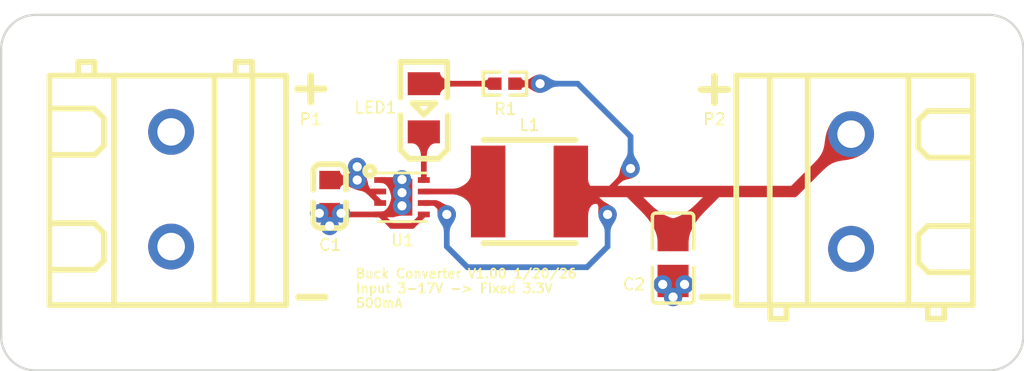
<source format=kicad_pcb>
(kicad_pcb (version 20241229) (generator "pcbnew") (generator_version "9.0")
  (layers (0 "F.Cu" signal) (4 "In1.Cu" signal) (6 "In2.Cu" signal) (2 "B.Cu" signal) (13 "F.Paste" user) (15 "B.Paste" user) (5 "F.SilkS" user "F.Silkscreen") (7 "B.SilkS" user "B.Silkscreen") (1 "F.Mask" user) (3 "B.Mask" user) (25 "Edge.Cuts" user))
  (net 0 "")
  (net 1 "GND")
  (net 2 "VCCIN")
  (net 3 "VCCOUT")
  (net 4 "Net-(U1-SW)")
  (net 5 "Net-(LED1-K)")
  (net 6 "Net-(LED1-A)")
  (footprint "EasyEDA2KicadFootprints:WSON-8_L2.0-W2.0-P0.50-TL-EP" (layer "F.Cu") (at 146.45 114.95)
    (property "Reference" "U1" (at 0.025 1.875 0) (layer "F.SilkS") (effects (font (size 0.5 0.5) (thickness 0.075))))
    (property "Value" "TPS62172DSGR")
    (fp_line (start -1.04 1.06) (end 1.06 1.06) (stroke (width 0.12)) (layer "F.SilkS"))
    (fp_line (start 1.05 -1.06) (end -1.05 -1.06) (stroke (width 0.12)) (layer "F.SilkS"))
    (fp_circle (center -1.4 -1.14) (end -1.32 -1.14) (stroke (width 0.25)) (fill no) (layer "F.SilkS"))
    (pad "1" smd rect (at -0.95 -0.75) (size 0.52 0.25) (layers "F.Cu" "F.Mask" "F.Paste") (net 1 "GND"))
    (pad "2" smd rect (at -0.95 -0.25) (size 0.52 0.25) (layers "F.Cu" "F.Mask" "F.Paste") (net 2 "VCCIN"))
    (pad "3" smd rect (at -0.95 0.25) (size 0.52 0.25) (layers "F.Cu" "F.Mask" "F.Paste") (net 2 "VCCIN"))
    (pad "4" smd rect (at -0.95 0.75) (size 0.52 0.25) (layers "F.Cu" "F.Mask" "F.Paste") (net 1 "GND"))
    (pad "5" smd rect (at 0.95 0.75) (size 0.52 0.25) (layers "F.Cu" "F.Mask" "F.Paste") (net 1 "GND"))
    (pad "6" smd rect (at 0.95 0.25) (size 0.52 0.25) (layers "F.Cu" "F.Mask" "F.Paste") (net 3 "VCCOUT"))
    (pad "7" smd rect (at 0.95 -0.25) (size 0.52 0.25) (layers "F.Cu" "F.Mask" "F.Paste") (net 4 "Net-(U1-SW)"))
    (pad "8" smd rect (at 0.95 -0.75) (size 0.52 0.25) (layers "F.Cu" "F.Mask" "F.Paste") (net 5 "Net-(LED1-K)"))
    (pad "9" smd rect (at 0 0) (size 0.9 1.6) (layers "F.Cu" "F.Mask" "F.Paste") (net 1 "GND"))
  )
  (footprint "EasyEDA2KicadFootprints:R0402" (layer "F.Cu") (at 150.93 110)
    (property "Reference" "R1" (at 0.02 1.1 0) (layer "F.SilkS") (effects (font (size 0.5 0.5) (thickness 0.075))))
    (property "Value" "100k Ohms")
    (fp_line (start -0.94 -0.5) (end -0.23 -0.5) (stroke (width 0.15)) (layer "F.SilkS"))
    (fp_line (start -0.94 0.5) (end -0.94 -0.5) (stroke (width 0.15)) (layer "F.SilkS"))
    (fp_line (start -0.23 0.5) (end -0.94 0.5) (stroke (width 0.15)) (layer "F.SilkS"))
    (fp_line (start 0.23 0.5) (end 0.94 0.5) (stroke (width 0.15)) (layer "F.SilkS"))
    (fp_line (start 0.94 -0.5) (end 0.23 -0.5) (stroke (width 0.15)) (layer "F.SilkS"))
    (fp_line (start 0.94 0.5) (end 0.94 -0.5) (stroke (width 0.15)) (layer "F.SilkS"))
    (pad "1" smd rect (at -0.43 0) (size 0.57 0.54) (layers "F.Cu" "F.Mask" "F.Paste") (net 6 "Net-(LED1-A)"))
    (pad "2" smd rect (at 0.43 0) (size 0.57 0.54) (layers "F.Cu" "F.Mask" "F.Paste") (net 3 "VCCOUT"))
  )
  (footprint "EasyEDA2KicadFootprints:C0805" (layer "F.Cu") (at 158.25 117.6 -90)
    (property "Reference" "C2" (at 1.15 1.7 180) (layer "F.SilkS") (effects (font (size 0.5 0.5) (thickness 0.075))))
    (property "Value" "22 uF")
    (fp_line (start -0.4 0.9) (end -1.81 0.9) (stroke (width 0.15)) (layer "F.SilkS"))
    (fp_line (start 0.4 0.9) (end 1.81 0.9) (stroke (width 0.15)) (layer "F.SilkS"))
    (fp_line (start -1.96 0.75) (end -1.96 -0.75) (stroke (width 0.15)) (layer "F.SilkS"))
    (fp_line (start 1.96 0.75) (end 1.96 -0.75) (stroke (width 0.15)) (layer "F.SilkS"))
    (fp_line (start -1.81 -0.9) (end -0.4 -0.9) (stroke (width 0.15)) (layer "F.SilkS"))
    (fp_line (start 1.81 -0.9) (end 0.4 -0.9) (stroke (width 0.15)) (layer "F.SilkS"))
    (fp_arc (start -1.81 0.9) (mid -1.916066 0.856066) (end -1.96 0.75) (stroke (width 0.15)) (layer "F.SilkS"))
    (fp_arc (start 1.96 0.75) (mid 1.916066 0.856066) (end 1.81 0.9) (stroke (width 0.15)) (layer "F.SilkS"))
    (fp_arc (start -1.96 -0.75) (mid -1.916066 -0.856066) (end -1.81 -0.9) (stroke (width 0.15)) (layer "F.SilkS"))
    (fp_arc (start 1.81 -0.9) (mid 1.916066 -0.856066) (end 1.96 -0.75) (stroke (width 0.15)) (layer "F.SilkS"))
    (pad "1" smd rect (at -1 0 270) (size 1.41 1.35) (layers "F.Cu" "F.Mask" "F.Paste") (net 3 "VCCOUT"))
    (pad "2" smd rect (at 1 0 270) (size 1.41 1.35) (layers "F.Cu" "F.Mask" "F.Paste") (net 1 "GND"))
  )
  (footprint "EasyEDA2KicadFootprints:C0603" (layer "F.Cu") (at 143.3 114.9 90)
    (property "Reference" "C1" (at -2.125 0.025 180) (layer "F.SilkS") (effects (font (size 0.5 0.5) (thickness 0.075))))
    (property "Value" "10 uF")
    (fp_line (start 0.28 -0.71) (end 1.08 -0.71) (stroke (width 0.25)) (layer "F.SilkS"))
    (fp_line (start -0.28 -0.71) (end -1.08 -0.71) (stroke (width 0.25)) (layer "F.SilkS"))
    (fp_line (start 1.39 -0.4) (end 1.39 0.4) (stroke (width 0.25)) (layer "F.SilkS"))
    (fp_line (start -1.39 0.4) (end -1.39 -0.4) (stroke (width 0.25)) (layer "F.SilkS"))
    (fp_line (start 0.28 0.71) (end 1.08 0.71) (stroke (width 0.25)) (layer "F.SilkS"))
    (fp_line (start -0.28 0.71) (end -1.08 0.71) (stroke (width 0.25)) (layer "F.SilkS"))
    (fp_arc (start 1.08 -0.71) (mid 1.299203 -0.619203) (end 1.39 -0.4) (stroke (width 0.25)) (layer "F.SilkS"))
    (fp_arc (start -1.39 -0.4) (mid -1.299203 -0.619203) (end -1.08 -0.71) (stroke (width 0.25)) (layer "F.SilkS"))
    (fp_arc (start 1.39 0.4) (mid 1.299203 0.619203) (end 1.08 0.71) (stroke (width 0.25)) (layer "F.SilkS"))
    (fp_arc (start -1.08 0.71) (mid -1.299203 0.619203) (end -1.39 0.4) (stroke (width 0.25)) (layer "F.SilkS"))
    (pad "1" smd rect (at -0.7 0 90) (size 0.8 0.9) (layers "F.Cu" "F.Mask" "F.Paste") (net 1 "GND"))
    (pad "2" smd rect (at 0.7 0 90) (size 0.8 0.9) (layers "F.Cu" "F.Mask" "F.Paste") (net 2 "VCCIN"))
  )
  (footprint "EasyEDA2KicadFootprints:CONN-TH_2P-P5.00_WJ128V-5.0-2P" (layer "F.Cu") (at 166 114.7 90)
    (property "Reference" "P2" (at 3.15 -5.95 180) (layer "F.SilkS") (effects (font (size 0.5 0.5) (thickness 0.075))))
    (property "Value" "Output 1x2")
    (fp_line (start 5.05 -5) (end 5.05 5.3) (stroke (width 0.25)) (layer "F.SilkS"))
    (fp_line (start -4.95 -5) (end 5.05 -5) (stroke (width 0.25)) (layer "F.SilkS"))
    (fp_line (start -4.95 -3.54) (end 5.05 -3.54) (stroke (width 0.25)) (layer "F.SilkS"))
    (fp_line (start -4.95 -3.52) (end -5.55 -3.52) (stroke (width 0.25)) (layer "F.SilkS"))
    (fp_line (start -5.55 -3.52) (end -5.55 -2.81) (stroke (width 0.25)) (layer "F.SilkS"))
    (fp_line (start -5.55 -2.81) (end -4.95 -2.81) (stroke (width 0.25)) (layer "F.SilkS"))
    (fp_line (start -4.95 -1.89) (end 5.05 -1.89) (stroke (width 0.25)) (layer "F.SilkS"))
    (fp_line (start -4.95 2.49) (end 5.05 2.49) (stroke (width 0.25)) (layer "F.SilkS"))
    (fp_line (start 3.11 2.93) (end 3.11 2.93) (stroke (width 0.25)) (layer "F.SilkS"))
    (fp_line (start 3.11 2.93) (end 3.51 3.33) (stroke (width 0.25)) (layer "F.SilkS"))
    (fp_line (start 1.91 2.93) (end 3.11 2.93) (stroke (width 0.25)) (layer "F.SilkS"))
    (fp_line (start -1.9 2.93) (end -1.9 2.93) (stroke (width 0.25)) (layer "F.SilkS"))
    (fp_line (start -1.9 2.93) (end -1.5 3.33) (stroke (width 0.25)) (layer "F.SilkS"))
    (fp_line (start -3.1 2.93) (end -1.9 2.93) (stroke (width 0.25)) (layer "F.SilkS"))
    (fp_line (start 3.51 3.33) (end 3.51 5.3) (stroke (width 0.25)) (layer "F.SilkS"))
    (fp_line (start -1.5 3.33) (end -1.5 5.3) (stroke (width 0.25)) (layer "F.SilkS"))
    (fp_line (start -4.95 3.34) (end -5.55 3.34) (stroke (width 0.25)) (layer "F.SilkS"))
    (fp_line (start -5.55 3.34) (end -5.55 4.05) (stroke (width 0.25)) (layer "F.SilkS"))
    (fp_line (start 1.48 3.36) (end 1.91 2.93) (stroke (width 0.25)) (layer "F.SilkS"))
    (fp_line (start -3.52 3.36) (end -3.1 2.93) (stroke (width 0.25)) (layer "F.SilkS"))
    (fp_line (start -5.55 4.05) (end -4.95 4.05) (stroke (width 0.25)) (layer "F.SilkS"))
    (fp_line (start 5.05 5.3) (end -4.94 5.3) (stroke (width 0.25)) (layer "F.SilkS"))
    (fp_line (start 1.48 5.3) (end 1.48 3.36) (stroke (width 0.25)) (layer "F.SilkS"))
    (fp_line (start -3.52 5.3) (end -3.52 3.36) (stroke (width 0.25)) (layer "F.SilkS"))
    (fp_line (start -4.95 5.3) (end -4.95 -5) (stroke (width 0.25)) (layer "F.SilkS"))
    (pad "1" thru_hole circle (at -2.5 0 90) (size 2 2) (drill 1.199896) (layers "*.Cu" "*.Mask") (net 1 "GND"))
    (pad "2" thru_hole circle (at 2.5 0 90) (size 2 2) (drill 1.199896) (layers "*.Cu" "*.Mask") (net 3 "VCCOUT"))
  )
  (footprint "EasyEDA2KicadFootprints:CONN-TH_2P-P5.00_WJ128V-5.0-2P" (layer "F.Cu") (at 136.4 114.6 -90)
    (property "Reference" "P1" (at -3.05 -6.075 180) (layer "F.SilkS") (effects (font (size 0.5 0.5) (thickness 0.075))))
    (property "Value" "Input 1x2")
    (fp_line (start -4.95 5.3) (end -4.95 -5) (stroke (width 0.25)) (layer "F.SilkS"))
    (fp_line (start -3.52 5.3) (end -3.52 3.36) (stroke (width 0.25)) (layer "F.SilkS"))
    (fp_line (start 1.48 5.3) (end 1.48 3.36) (stroke (width 0.25)) (layer "F.SilkS"))
    (fp_line (start 5.05 5.3) (end -4.94 5.3) (stroke (width 0.25)) (layer "F.SilkS"))
    (fp_line (start -5.55 4.05) (end -4.95 4.05) (stroke (width 0.25)) (layer "F.SilkS"))
    (fp_line (start -3.52 3.36) (end -3.1 2.93) (stroke (width 0.25)) (layer "F.SilkS"))
    (fp_line (start 1.48 3.36) (end 1.91 2.93) (stroke (width 0.25)) (layer "F.SilkS"))
    (fp_line (start -5.55 3.34) (end -5.55 4.05) (stroke (width 0.25)) (layer "F.SilkS"))
    (fp_line (start -4.95 3.34) (end -5.55 3.34) (stroke (width 0.25)) (layer "F.SilkS"))
    (fp_line (start -1.5 3.33) (end -1.5 5.3) (stroke (width 0.25)) (layer "F.SilkS"))
    (fp_line (start 3.51 3.33) (end 3.51 5.3) (stroke (width 0.25)) (layer "F.SilkS"))
    (fp_line (start -3.1 2.93) (end -1.9 2.93) (stroke (width 0.25)) (layer "F.SilkS"))
    (fp_line (start -1.9 2.93) (end -1.5 3.33) (stroke (width 0.25)) (layer "F.SilkS"))
    (fp_line (start -1.9 2.93) (end -1.9 2.93) (stroke (width 0.25)) (layer "F.SilkS"))
    (fp_line (start 1.91 2.93) (end 3.11 2.93) (stroke (width 0.25)) (layer "F.SilkS"))
    (fp_line (start 3.11 2.93) (end 3.51 3.33) (stroke (width 0.25)) (layer "F.SilkS"))
    (fp_line (start 3.11 2.93) (end 3.11 2.93) (stroke (width 0.25)) (layer "F.SilkS"))
    (fp_line (start -4.95 2.49) (end 5.05 2.49) (stroke (width 0.25)) (layer "F.SilkS"))
    (fp_line (start -4.95 -1.89) (end 5.05 -1.89) (stroke (width 0.25)) (layer "F.SilkS"))
    (fp_line (start -5.55 -2.81) (end -4.95 -2.81) (stroke (width 0.25)) (layer "F.SilkS"))
    (fp_line (start -5.55 -3.52) (end -5.55 -2.81) (stroke (width 0.25)) (layer "F.SilkS"))
    (fp_line (start -4.95 -3.52) (end -5.55 -3.52) (stroke (width 0.25)) (layer "F.SilkS"))
    (fp_line (start -4.95 -3.54) (end 5.05 -3.54) (stroke (width 0.25)) (layer "F.SilkS"))
    (fp_line (start -4.95 -5) (end 5.05 -5) (stroke (width 0.25)) (layer "F.SilkS"))
    (fp_line (start 5.05 -5) (end 5.05 5.3) (stroke (width 0.25)) (layer "F.SilkS"))
    (pad "1" thru_hole circle (at -2.5 0 270) (size 2 2) (drill 1.199896) (layers "*.Cu" "*.Mask") (net 2 "VCCIN"))
    (pad "2" thru_hole circle (at 2.5 0 270) (size 2 2) (drill 1.199896) (layers "*.Cu" "*.Mask") (net 1 "GND"))
  )
  (footprint "EasyEDA2KicadFootprints:IND-SMD_L4.0-W4.0_LQH44PN2R2MP0L" (layer "F.Cu") (at 152 114.7 180)
    (property "Reference" "L1" (at 0 2.9 0) (layer "F.SilkS") (effects (font (size 0.5 0.5) (thickness 0.075))))
    (property "Value" "2.2uH")
    (fp_line (start -2 2.25) (end 2 2.25) (stroke (width 0.25)) (layer "F.SilkS"))
    (fp_line (start -2 -2.25) (end 2 -2.25) (stroke (width 0.25)) (layer "F.SilkS"))
    (pad "1" smd rect (at -1.8 0 180) (size 1.5 4) (layers "F.Cu" "F.Mask" "F.Paste") (net 3 "VCCOUT"))
    (pad "2" smd rect (at 1.8 0 180) (size 1.5 4) (layers "F.Cu" "F.Mask" "F.Paste") (net 4 "Net-(U1-SW)"))
  )
  (footprint "EasyEDA2KicadFootprints:LED0805-R-RD" (layer "F.Cu") (at 147.4 111.05 90)
    (property "Reference" "LED1" (at 0.01 -2.1 180) (layer "F.SilkS") (effects (font (size 0.5 0.5) (thickness 0.075))))
    (property "Value" "Green LED")
    (fp_line (start 2 -1.02) (end 0.45 -1.02) (stroke (width 0.25)) (layer "F.SilkS"))
    (fp_line (start -1.84 -1.02) (end -0.32 -1.02) (stroke (width 0.25)) (layer "F.SilkS"))
    (fp_line (start -2.22 -0.64) (end -1.84 -1.02) (stroke (width 0.25)) (layer "F.SilkS"))
    (fp_line (start 0.2 -0.5) (end -0.2 -0.1) (stroke (width 0.25)) (layer "F.SilkS"))
    (fp_line (start 0.2 -0.5) (end 0.2 0.5) (stroke (width 0.25)) (layer "F.SilkS"))
    (fp_line (start -0.2 -0.1) (end -0.3 0) (stroke (width 0.25)) (layer "F.SilkS"))
    (fp_line (start -0.3 0) (end -0.2 0.1) (stroke (width 0.25)) (layer "F.SilkS"))
    (fp_line (start -0.2 0.1) (end 0.2 0.5) (stroke (width 0.25)) (layer "F.SilkS"))
    (fp_line (start -2.22 0.63) (end -2.22 -0.64) (stroke (width 0.25)) (layer "F.SilkS"))
    (fp_line (start 2 1.02) (end 2 -1.02) (stroke (width 0.25)) (layer "F.SilkS"))
    (fp_line (start 0.45 1.02) (end 2 1.02) (stroke (width 0.25)) (layer "F.SilkS"))
    (fp_line (start -0.34 1.04) (end -1.81 1.04) (stroke (width 0.25)) (layer "F.SilkS"))
    (fp_line (start -1.81 1.04) (end -2.22 0.63) (stroke (width 0.25)) (layer "F.SilkS"))
    (pad "1" smd rect (at 1.05 0 270) (size 1 1.4) (layers "F.Cu" "F.Mask" "F.Paste") (net 6 "Net-(LED1-A)"))
    (pad "2" smd rect (at -1.05 0 270) (size 1 1.4) (layers "F.Cu" "F.Mask" "F.Paste") (net 5 "Net-(LED1-K)"))
  )
  (gr_arc (start 173.5 121) (mid 173.06066 122.06066) (end 172 122.5) (stroke (width 0.1)) (layer "Edge.Cuts"))
  (gr_line (start 172 122.5) (end 130.5 122.5) (stroke (width 0.1)) (layer "Edge.Cuts"))
  (gr_arc (start 130.5 122.5) (mid 129.43934 122.06066) (end 129 121) (stroke (width 0.1)) (layer "Edge.Cuts"))
  (gr_line (start 130.5 107) (end 172 107) (stroke (width 0.1)) (layer "Edge.Cuts"))
  (gr_arc (start 172 107) (mid 173.06066 107.43934) (end 173.5 108.5) (stroke (width 0.1)) (layer "Edge.Cuts"))
  (gr_line (start 173.5 108.5) (end 173.5 121) (stroke (width 0.1)) (layer "Edge.Cuts"))
  (gr_arc (start 129 108.5) (mid 129.43934 107.43934) (end 130.5 107) (stroke (width 0.1)) (layer "Edge.Cuts"))
  (gr_line (start 129 121) (end 129 108.5) (stroke (width 0.1)) (layer "Edge.Cuts"))
  (gr_text "-" (at 158.95 120.075 0) (layer "F.SilkS") (effects (font (size 1.5 1.5) (thickness 0.3) (bold yes)) (justify left bottom)))
  (gr_text "+" (at 141.35 111 0) (layer "F.SilkS") (effects (font (size 1.5 1.5) (thickness 0.3) (bold yes)) (justify left bottom)))
  (gr_text "Buck Converter V1.00 1/20/26\nInput 3-17V -> Fixed 3.3V\n500mA" (at 144.4 119.8 0) (layer "F.SilkS") (effects (font (size 0.4 0.4) (thickness 0.075)) (justify left bottom)))
  (gr_text "+" (at 158.925 111.025 0) (layer "F.SilkS") (effects (font (size 1.5 1.5) (thickness 0.3) (bold yes)) (justify left bottom)))
  (gr_text "-" (at 141.4 120.075 0) (layer "F.SilkS") (effects (font (size 1.5 1.5) (thickness 0.3) (bold yes)) (justify left bottom)))
  (segment (start 146 116.2) (end 146.9 116.2) (width 0.25) (layer "F.Cu") (net 1))
  (segment (start 146.45 115.287) (end 146.45 114.725) (width 0.25) (layer "F.Cu") (net 1))
  (segment (start 146.45 114.613) (end 146.45 114.95) (width 0.25) (layer "F.Cu") (net 1))
  (segment (start 145.5 114.2) (end 146.037 114.2) (width 0.25) (layer "F.Cu") (net 1))
  (segment (start 143.4 115.7) (end 145.5 115.7) (width 0.25) (layer "F.Cu") (net 1))
  (segment (start 146.05 115.7) (end 146.45 115.3) (width 0.25) (layer "F.Cu") (net 1))
  (segment (start 145.5 115.7) (end 146 116.2) (width 0.25) (layer "F.Cu") (net 1))
  (segment (start 146.9 116.2) (end 147.4 115.7) (width 0.25) (layer "F.Cu") (net 1))
  (segment (start 143.3 115.6) (end 143.4 115.7) (width 0.25) (layer "F.Cu") (net 1))
  (segment (start 146.037 114.2) (end 146.45 114.613) (width 0.25) (layer "F.Cu") (net 1))
  (segment (start 145.5 115.7) (end 146.05 115.7) (width 0.25) (layer "F.Cu") (net 1))
  (via (at 146.45 114.175) (size 0.8) (drill 0.4) (layers "F.Cu" "B.Cu") (net 1))
  (via (at 143.3 116.2) (size 0.8) (drill 0.4) (layers "F.Cu" "B.Cu") (net 1))
  (via (at 143.8 115.65) (size 0.8) (drill 0.4) (layers "F.Cu" "B.Cu") (net 1))
  (via (at 158.25 119.3) (size 0.8) (drill 0.4) (layers "F.Cu" "B.Cu") (net 1))
  (via (at 146.45 114.75) (size 0.8) (drill 0.4) (layers "F.Cu" "B.Cu") (net 1))
  (via (at 142.85 115.65) (size 0.8) (drill 0.4) (layers "F.Cu" "B.Cu") (net 1))
  (via (at 157.8 118.75) (size 0.8) (drill 0.4) (layers "F.Cu" "B.Cu") (net 1))
  (via (at 146.45 115.325) (size 0.8) (drill 0.4) (layers "F.Cu" "B.Cu") (net 1))
  (via (at 158.75 118.75) (size 0.8) (drill 0.4) (layers "F.Cu" "B.Cu") (net 1))
  (segment (start 145.5 115.2) (end 145 114.7) (width 0.25) (layer "F.Cu") (net 2))
  (segment (start 145.5 114.7) (end 145 114.7) (width 0.25) (layer "F.Cu") (net 2))
  (segment (start 145 114.7) (end 144.5 114.2) (width 0.25) (layer "F.Cu") (net 2))
  (segment (start 143.3 114.2) (end 144.5 114.2) (width 0.25) (layer "F.Cu") (net 2))
  (segment (start 144.5 114) (end 144.5 114.2) (width 0.25) (layer "F.Cu") (net 2))
  (via (at 144.5 114.2) (size 0.8) (drill 0.4) (layers "F.Cu" "B.Cu") (net 2))
  (via (at 144.5 113.625) (size 0.8) (drill 0.4) (layers "F.Cu" "B.Cu") (net 2))
  (segment (start 147.9 115.2) (end 148.4 115.7) (width 0.25) (layer "F.Cu") (net 3))
  (segment (start 153.8 114.7) (end 153.8 115.97) (width 0.25) (layer "F.Cu") (net 3))
  (segment (start 155.4 115.7) (end 155.4 115.5) (width 0.25) (layer "F.Cu") (net 3))
  (segment (start 154.6 114.7) (end 155.4 114.7) (width 0.5) (layer "F.Cu") (net 3))
  (segment (start 163.5 114.7) (end 159.6 114.7) (width 0.5) (layer "F.Cu") (net 3))
  (segment (start 158.25 116.6) (end 156.35 114.7) (width 0.5) (layer "F.Cu") (net 3))
  (segment (start 155.8 114.7) (end 158.5 114.7) (width 0.5) (layer "F.Cu") (net 3))
  (segment (start 147.4 115.2) (end 147.9 115.2) (width 0.25) (layer "F.Cu") (net 3))
  (segment (start 158.5 114.7) (end 159.6 114.7) (width 0.5) (layer "F.Cu") (net 3))
  (segment (start 155.4 114.7) (end 156.4 113.7) (width 0.25) (layer "F.Cu") (net 3))
  (segment (start 166 112.2) (end 163.5 114.7) (width 0.5) (layer "F.Cu") (net 3))
  (segment (start 155.4 115.5) (end 154.6 114.7) (width 0.25) (layer "F.Cu") (net 3))
  (segment (start 153.8 114.7) (end 154.6 114.7) (width 0.5) (layer "F.Cu") (net 3))
  (segment (start 155.4 114.7) (end 155.8 114.7) (width 0.5) (layer "F.Cu") (net 3))
  (segment (start 158.25 116.6) (end 160.15 114.7) (width 0.5) (layer "F.Cu") (net 3))
  (segment (start 152.46 110) (end 151.36 110) (width 0.25) (layer "F.Cu") (net 3))
  (via (at 152.46 110) (size 0.8) (drill 0.4) (layers "F.Cu" "B.Cu") (net 3))
  (via (at 148.4 115.7) (size 0.8) (drill 0.4) (layers "F.Cu" "B.Cu") (net 3))
  (via (at 156.4 113.7) (size 0.8) (drill 0.4) (layers "F.Cu" "B.Cu") (net 3))
  (via (at 155.4 115.7) (size 0.8) (drill 0.4) (layers "F.Cu" "B.Cu") (net 3))
  (segment (start 148.4 117.1) (end 148.4 115.7) (width 0.25) (layer "B.Cu") (net 3))
  (segment (start 154.1 110) (end 156.4 112.3) (width 0.25) (layer "B.Cu") (net 3))
  (segment (start 149.3 118) (end 148.4 117.1) (width 0.25) (layer "B.Cu") (net 3))
  (segment (start 156.4 113.7) (end 156.4 112.3) (width 0.25) (layer "B.Cu") (net 3))
  (segment (start 154.1 110) (end 152.46 110) (width 0.25) (layer "B.Cu") (net 3))
  (segment (start 155.4 117.1) (end 154.5 118) (width 0.25) (layer "B.Cu") (net 3))
  (segment (start 155.4 115.7) (end 155.4 117.1) (width 0.25) (layer "B.Cu") (net 3))
  (segment (start 154.5 118) (end 149.3 118) (width 0.25) (layer "B.Cu") (net 3))
  (segment (start 147.4 114.7) (end 150.2 114.7) (width 0.25) (layer "F.Cu") (net 4))
  (segment (start 147.4 112.1) (end 147.4 114.2) (width 0.25) (layer "F.Cu") (net 5))
  (segment (start 150.5 110) (end 147.4 110) (width 0.25) (layer "F.Cu") (net 6))
)
</source>
